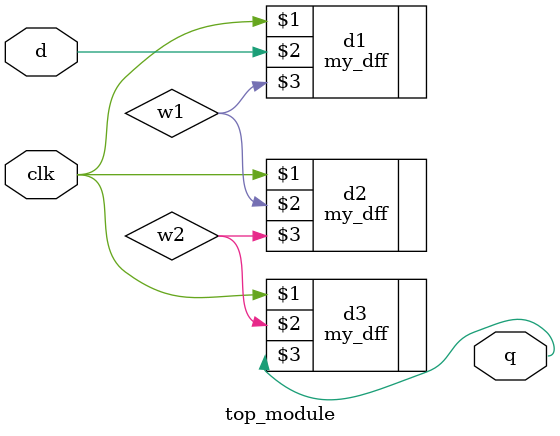
<source format=v>
module top_module ( input clk,input d,output q );
wire w1,w2;
    my_dff d1 (clk,d,w1);
    my_dff d2 (clk,w1,w2);
    my_dff d3 (clk,w2,q);
endmodule

</source>
